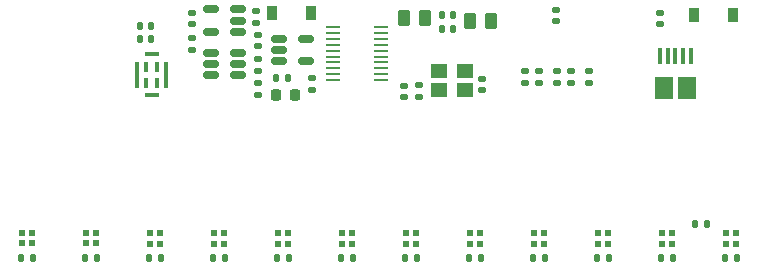
<source format=gbr>
%TF.GenerationSoftware,KiCad,Pcbnew,(6.0.0)*%
%TF.CreationDate,2022-04-23T22:24:28+01:00*%
%TF.ProjectId,main,6d61696e-2e6b-4696-9361-645f70636258,rev?*%
%TF.SameCoordinates,Original*%
%TF.FileFunction,Paste,Bot*%
%TF.FilePolarity,Positive*%
%FSLAX46Y46*%
G04 Gerber Fmt 4.6, Leading zero omitted, Abs format (unit mm)*
G04 Created by KiCad (PCBNEW (6.0.0)) date 2022-04-23 22:24:28*
%MOMM*%
%LPD*%
G01*
G04 APERTURE LIST*
G04 Aperture macros list*
%AMRoundRect*
0 Rectangle with rounded corners*
0 $1 Rounding radius*
0 $2 $3 $4 $5 $6 $7 $8 $9 X,Y pos of 4 corners*
0 Add a 4 corners polygon primitive as box body*
4,1,4,$2,$3,$4,$5,$6,$7,$8,$9,$2,$3,0*
0 Add four circle primitives for the rounded corners*
1,1,$1+$1,$2,$3*
1,1,$1+$1,$4,$5*
1,1,$1+$1,$6,$7*
1,1,$1+$1,$8,$9*
0 Add four rect primitives between the rounded corners*
20,1,$1+$1,$2,$3,$4,$5,0*
20,1,$1+$1,$4,$5,$6,$7,0*
20,1,$1+$1,$6,$7,$8,$9,0*
20,1,$1+$1,$8,$9,$2,$3,0*%
G04 Aperture macros list end*
%ADD10RoundRect,0.218750X-0.218750X-0.256250X0.218750X-0.256250X0.218750X0.256250X-0.218750X0.256250X0*%
%ADD11RoundRect,0.250000X-0.262500X-0.450000X0.262500X-0.450000X0.262500X0.450000X-0.262500X0.450000X0*%
%ADD12R,1.400000X1.200000*%
%ADD13RoundRect,0.135000X0.185000X-0.135000X0.185000X0.135000X-0.185000X0.135000X-0.185000X-0.135000X0*%
%ADD14RoundRect,0.140000X0.170000X-0.140000X0.170000X0.140000X-0.170000X0.140000X-0.170000X-0.140000X0*%
%ADD15RoundRect,0.135000X-0.135000X-0.185000X0.135000X-0.185000X0.135000X0.185000X-0.135000X0.185000X0*%
%ADD16R,0.500000X0.500000*%
%ADD17RoundRect,0.140000X-0.140000X-0.170000X0.140000X-0.170000X0.140000X0.170000X-0.140000X0.170000X0*%
%ADD18RoundRect,0.135000X-0.185000X0.135000X-0.185000X-0.135000X0.185000X-0.135000X0.185000X0.135000X0*%
%ADD19R,0.900000X1.200000*%
%ADD20R,0.400000X1.350000*%
%ADD21R,1.500000X1.900000*%
%ADD22RoundRect,0.250000X0.262500X0.450000X-0.262500X0.450000X-0.262500X-0.450000X0.262500X-0.450000X0*%
%ADD23RoundRect,0.140000X-0.170000X0.140000X-0.170000X-0.140000X0.170000X-0.140000X0.170000X0.140000X0*%
%ADD24R,0.406400X0.939800*%
%ADD25R,1.295400X0.355600*%
%ADD26R,0.355600X2.311400*%
%ADD27RoundRect,0.150000X0.512500X0.150000X-0.512500X0.150000X-0.512500X-0.150000X0.512500X-0.150000X0*%
%ADD28RoundRect,0.150000X-0.512500X-0.150000X0.512500X-0.150000X0.512500X0.150000X-0.512500X0.150000X0*%
%ADD29R,1.200000X0.280000*%
%ADD30RoundRect,0.140000X0.140000X0.170000X-0.140000X0.170000X-0.140000X-0.170000X0.140000X-0.170000X0*%
G04 APERTURE END LIST*
D10*
%TO.C,CHG1*%
X89212500Y-95200000D03*
X90787500Y-95200000D03*
%TD*%
D11*
%TO.C,FB70*%
X100000000Y-88720000D03*
X101825000Y-88720000D03*
%TD*%
D12*
%TO.C,X20*%
X105200000Y-94800000D03*
X103000000Y-93200000D03*
X105200000Y-93200000D03*
X103000000Y-94800000D03*
%TD*%
D13*
%TO.C,R25*%
X110290000Y-94160000D03*
X110290000Y-93140000D03*
%TD*%
D14*
%TO.C,C22*%
X106600000Y-94780000D03*
X106600000Y-93820000D03*
%TD*%
D13*
%TO.C,R26*%
X111450000Y-94160000D03*
X111450000Y-93140000D03*
%TD*%
D15*
%TO.C,R72*%
X89190000Y-93800000D03*
X90210000Y-93800000D03*
%TD*%
D16*
%TO.C,D611*%
X68564008Y-106873489D03*
X68564008Y-107773489D03*
X67664008Y-107773489D03*
X67664008Y-106873489D03*
%TD*%
D17*
%TO.C,C609*%
X78475715Y-109000000D03*
X79435715Y-109000000D03*
%TD*%
D18*
%TO.C,R70*%
X87700000Y-94180000D03*
X87700000Y-95200000D03*
%TD*%
D14*
%TO.C,C74*%
X82100000Y-91380000D03*
X82100000Y-90420000D03*
%TD*%
D16*
%TO.C,D605*%
X101068132Y-106923489D03*
X101068132Y-107823489D03*
X100168132Y-107823489D03*
X100168132Y-106923489D03*
%TD*%
D19*
%TO.C,D71*%
X92150000Y-88300000D03*
X88850000Y-88300000D03*
%TD*%
D16*
%TO.C,D600*%
X128154903Y-106923489D03*
X128154903Y-107823489D03*
X127254903Y-107823489D03*
X127254903Y-106923489D03*
%TD*%
D20*
%TO.C,CN70*%
X124300000Y-91900000D03*
X123650000Y-91900000D03*
X123000000Y-91900000D03*
X122350000Y-91900000D03*
X121700000Y-91900000D03*
D21*
X122000000Y-94600000D03*
X124000000Y-94600000D03*
%TD*%
D16*
%TO.C,D607*%
X90233424Y-106923489D03*
X90233424Y-107823489D03*
X89333424Y-107823489D03*
X89333424Y-106923489D03*
%TD*%
D13*
%TO.C,R24*%
X114150000Y-94160000D03*
X114150000Y-93140000D03*
%TD*%
D18*
%TO.C,R73*%
X92200000Y-93790000D03*
X92200000Y-94810000D03*
%TD*%
D17*
%TO.C,C606*%
X94727201Y-109000000D03*
X95687201Y-109000000D03*
%TD*%
D16*
%TO.C,D601*%
X122737548Y-106923489D03*
X122737548Y-107823489D03*
X121837548Y-107823489D03*
X121837548Y-106923489D03*
%TD*%
D22*
%TO.C,FB71*%
X107425000Y-88900000D03*
X105600000Y-88900000D03*
%TD*%
D23*
%TO.C,C71*%
X87500000Y-88120000D03*
X87500000Y-89080000D03*
%TD*%
D13*
%TO.C,R23*%
X113020000Y-94160000D03*
X113020000Y-93140000D03*
%TD*%
D24*
%TO.C,U9*%
X78214792Y-94176275D03*
X78214792Y-92823725D03*
X79116492Y-92823725D03*
X79116492Y-94176275D03*
D25*
X78665642Y-95227200D03*
X78665642Y-91772800D03*
D26*
X77440092Y-93500000D03*
X79891192Y-93500000D03*
%TD*%
D17*
%TO.C,C605*%
X100144826Y-109000000D03*
X101104826Y-109000000D03*
%TD*%
%TO.C,C601*%
X121804969Y-109000000D03*
X122764969Y-109000000D03*
%TD*%
%TO.C,C600*%
X127229539Y-109000000D03*
X128189539Y-109000000D03*
%TD*%
D19*
%TO.C,D72*%
X127850000Y-88400000D03*
X124550000Y-88400000D03*
%TD*%
D17*
%TO.C,C611*%
X67630000Y-109000000D03*
X68590000Y-109000000D03*
%TD*%
D23*
%TO.C,C23*%
X100000000Y-94420000D03*
X100000000Y-95380000D03*
%TD*%
D17*
%TO.C,C90*%
X77685642Y-89400000D03*
X78645642Y-89400000D03*
%TD*%
%TO.C,C604*%
X105558203Y-109000000D03*
X106518203Y-109000000D03*
%TD*%
D16*
%TO.C,D606*%
X95650778Y-106923489D03*
X95650778Y-107823489D03*
X94750778Y-107823489D03*
X94750778Y-106923489D03*
%TD*%
D27*
%TO.C,U70*%
X85937500Y-87950000D03*
X85937500Y-88900000D03*
X85937500Y-89850000D03*
X83662500Y-89850000D03*
X83662500Y-87950000D03*
%TD*%
D28*
%TO.C,U72*%
X89462500Y-92350000D03*
X89462500Y-91400000D03*
X89462500Y-90450000D03*
X91737500Y-90450000D03*
X91737500Y-92350000D03*
%TD*%
D17*
%TO.C,C608*%
X83890871Y-109000000D03*
X84850871Y-109000000D03*
%TD*%
D23*
%TO.C,C24*%
X121700000Y-88220000D03*
X121700000Y-89180000D03*
%TD*%
D17*
%TO.C,C602*%
X116393093Y-109000000D03*
X117353093Y-109000000D03*
%TD*%
D14*
%TO.C,C11*%
X112900000Y-88980000D03*
X112900000Y-88020000D03*
%TD*%
D15*
%TO.C,R60*%
X124690000Y-106100000D03*
X125710000Y-106100000D03*
%TD*%
D13*
%TO.C,R22*%
X101300000Y-95410000D03*
X101300000Y-94390000D03*
%TD*%
D14*
%TO.C,C77*%
X87700000Y-91080000D03*
X87700000Y-90120000D03*
%TD*%
D16*
%TO.C,D602*%
X117320194Y-106923489D03*
X117320194Y-107823489D03*
X116420194Y-107823489D03*
X116420194Y-106923489D03*
%TD*%
%TO.C,D604*%
X106485486Y-106923489D03*
X106485486Y-107823489D03*
X105585486Y-107823489D03*
X105585486Y-106923489D03*
%TD*%
D27*
%TO.C,U71*%
X85937500Y-91650000D03*
X85937500Y-92600000D03*
X85937500Y-93550000D03*
X83662500Y-93550000D03*
X83662500Y-92600000D03*
X83662500Y-91650000D03*
%TD*%
D17*
%TO.C,C607*%
X89309267Y-109000000D03*
X90269267Y-109000000D03*
%TD*%
D18*
%TO.C,R71*%
X87700000Y-92120000D03*
X87700000Y-93140000D03*
%TD*%
D16*
%TO.C,D610*%
X73981362Y-106873489D03*
X73981362Y-107773489D03*
X73081362Y-107773489D03*
X73081362Y-106873489D03*
%TD*%
%TO.C,D608*%
X84816070Y-106923489D03*
X84816070Y-107823489D03*
X83916070Y-107823489D03*
X83916070Y-106923489D03*
%TD*%
D17*
%TO.C,C20*%
X103232500Y-88400000D03*
X104192500Y-88400000D03*
%TD*%
%TO.C,C610*%
X73053846Y-109000000D03*
X74013846Y-109000000D03*
%TD*%
D16*
%TO.C,D603*%
X111902840Y-106923489D03*
X111902840Y-107823489D03*
X111002840Y-107823489D03*
X111002840Y-106923489D03*
%TD*%
D17*
%TO.C,C91*%
X77685642Y-90500000D03*
X78645642Y-90500000D03*
%TD*%
D29*
%TO.C,J10*%
X98050000Y-90950000D03*
X94050000Y-92450000D03*
X98050000Y-93450000D03*
X94050000Y-92950000D03*
X98050000Y-93950000D03*
X98050000Y-89450000D03*
X94050000Y-90450000D03*
X98050000Y-89950000D03*
X94050000Y-93450000D03*
X94050000Y-90950000D03*
X98050000Y-92450000D03*
X94050000Y-91450000D03*
X98050000Y-91950000D03*
X94050000Y-91950000D03*
X98050000Y-91450000D03*
X98050000Y-92950000D03*
X98050000Y-90450000D03*
X94050000Y-89450000D03*
X94050000Y-89950000D03*
X94050000Y-93950000D03*
%TD*%
D17*
%TO.C,C603*%
X110971456Y-109000000D03*
X111931456Y-109000000D03*
%TD*%
D16*
%TO.C,D609*%
X79398716Y-106923489D03*
X79398716Y-107823489D03*
X78498716Y-107823489D03*
X78498716Y-106923489D03*
%TD*%
D23*
%TO.C,C72*%
X82100000Y-88220000D03*
X82100000Y-89180000D03*
%TD*%
D30*
%TO.C,C70*%
X104192500Y-89600000D03*
X103232500Y-89600000D03*
%TD*%
D18*
%TO.C,R10*%
X115730000Y-93160000D03*
X115730000Y-94180000D03*
%TD*%
M02*

</source>
